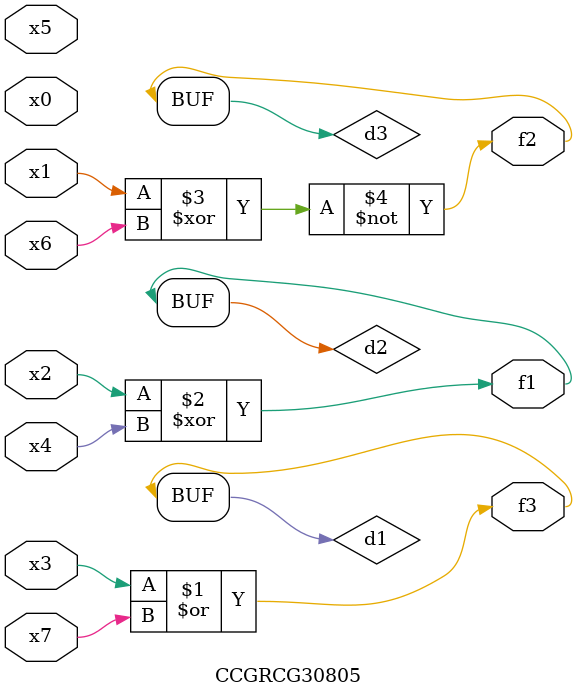
<source format=v>
module CCGRCG30805(
	input x0, x1, x2, x3, x4, x5, x6, x7,
	output f1, f2, f3
);

	wire d1, d2, d3;

	or (d1, x3, x7);
	xor (d2, x2, x4);
	xnor (d3, x1, x6);
	assign f1 = d2;
	assign f2 = d3;
	assign f3 = d1;
endmodule

</source>
